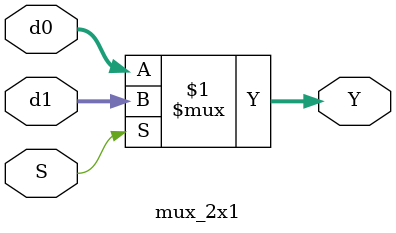
<source format=v>
module mux_2x1 #(parameter N = 64)(
    input wire [N-1:0]  d0, 
    input wire [N-1:0]  d1, 
    input wire          S, 
    output wire [N-1:0] Y
);

assign Y = (S) ? d1:d0;

endmodule
</source>
